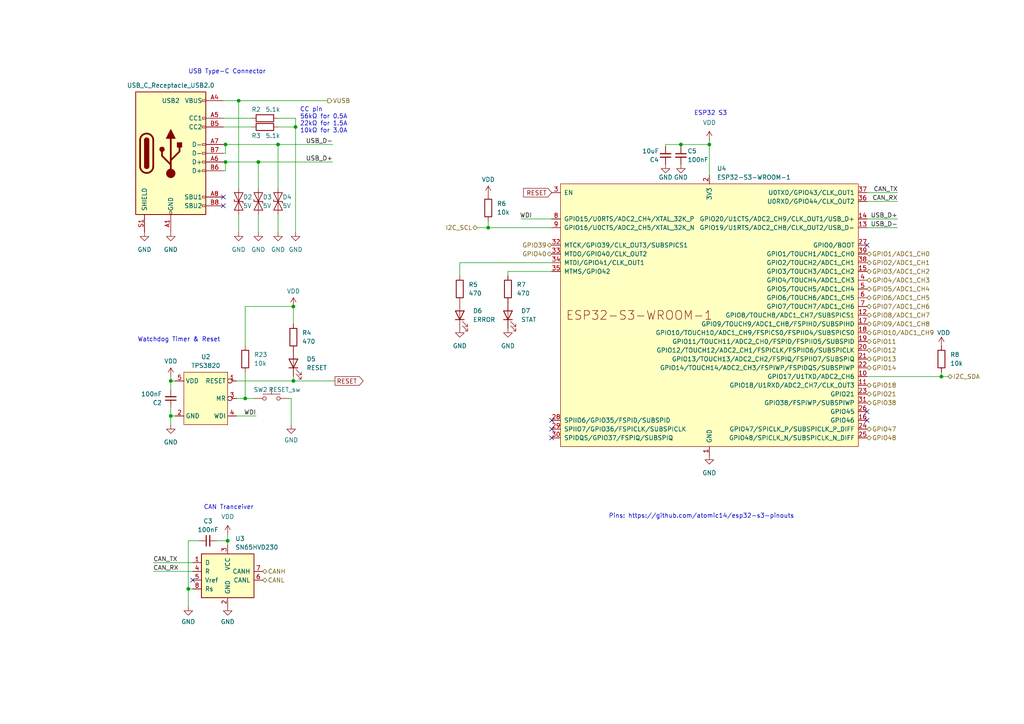
<source format=kicad_sch>
(kicad_sch (version 20250114) (generator "eeschema") (generator_version "9.0")
  (paper "A4")
  (lib_symbols
    (symbol "Connector:USB_C_Receptacle_USB2.0" (pin_names (offset 1.016))
      (property "Reference" "J" (at -10.16 19.05 0))
      (property "Value" "USB_C_Receptacle_USB2.0" (at 19.05 19.05 0))
      (symbol "USB_C_Receptacle_USB2.0_0_0"
        (rectangle (start -0.254 -17.78) (end 0.254 -16.764))
        (rectangle (start 10.16 15.494) (end 9.144 14.986))
        (rectangle (start 10.16 10.414) (end 9.144 9.906))
        (rectangle (start 10.16 7.874) (end 9.144 7.366))
        (rectangle (start 10.16 2.794) (end 9.144 2.286))
        (rectangle (start 10.16 0.254) (end 9.144 -0.254))
        (rectangle (start 10.16 -2.286) (end 9.144 -2.794))
        (rectangle (start 10.16 -4.826) (end 9.144 -5.334))
        (rectangle (start 10.16 -12.446) (end 9.144 -12.954))
        (rectangle (start 10.16 -14.986) (end 9.144 -15.494))
      )
      (symbol "USB_C_Receptacle_USB2.0_0_1"
        (rectangle (start -10.16 17.78) (end 10.16 -17.78) (stroke (width 0.254)) (fill (type background)))
        (polyline (pts (xy -8.89 -3.81) (xy -8.89 3.81)) (stroke (width 0.508)))
        (rectangle (start -7.62 -3.81) (end -6.35 3.81) (stroke (width 0.254)) (fill (type outline)))
        (arc (start -7.62 3.81) (mid -6.985 4.4423) (end -6.35 3.81) (stroke (width 0.254)))
        (arc (start -7.62 3.81) (mid -6.985 4.4423) (end -6.35 3.81) (stroke (width 0.254)) (fill (type outline)))
        (arc (start -8.89 3.81) (mid -6.985 5.7067) (end -5.08 3.81) (stroke (width 0.508)))
        (arc (start -5.08 -3.81) (mid -6.985 -5.7067) (end -8.89 -3.81) (stroke (width 0.508)))
        (arc (start -6.35 -3.81) (mid -6.985 -4.4423) (end -7.62 -3.81) (stroke (width 0.254)))
        (arc (start -6.35 -3.81) (mid -6.985 -4.4423) (end -7.62 -3.81) (stroke (width 0.254)) (fill (type outline)))
        (polyline (pts (xy -5.08 3.81) (xy -5.08 -3.81)) (stroke (width 0.508)))
        (circle (center -2.54 1.143) (radius 0.635) (stroke (width 0.254)) (fill (type outline)))
        (polyline (pts (xy -1.27 4.318) (xy 0 6.858) (xy 1.27 4.318) (xy -1.27 4.318)) (stroke (width 0.254)) (fill (type outline)))
        (polyline (pts (xy 0 -2.032) (xy 2.54 0.508) (xy 2.54 1.778)) (stroke (width 0.508)))
        (polyline (pts (xy 0 -3.302) (xy -2.54 -0.762) (xy -2.54 0.508)) (stroke (width 0.508)))
        (polyline (pts (xy 0 -5.842) (xy 0 4.318)) (stroke (width 0.508)))
        (circle (center 0 -5.842) (radius 1.27) (fill (type outline)))
        (rectangle (start 1.905 1.778) (end 3.175 3.048) (stroke (width 0.254)) (fill (type outline)))
      )
      (symbol "USB_C_Receptacle_USB2.0_1_1"
        (pin passive line (at -7.62 -22.86 90) (length 5.08) (name "SHIELD") (number "S1"))
        (pin passive line (at 0 -22.86 90) (length 5.08) (name "GND") (number "A1"))
        (pin passive line (at 0 -22.86 90) (length 5.08) (hide yes) (name "GND") (number "A12"))
        (pin passive line (at 0 -22.86 90) (length 5.08) (hide yes) (name "GND") (number "B1"))
        (pin passive line (at 0 -22.86 90) (length 5.08) (hide yes) (name "GND") (number "B12"))
        (pin passive line (at 15.24 15.24 180) (length 5.08) (name "VBUS") (number "A4"))
        (pin passive line (at 15.24 15.24 180) (length 5.08) (hide yes) (name "VBUS") (number "A9"))
        (pin passive line (at 15.24 15.24 180) (length 5.08) (hide yes) (name "VBUS") (number "B4"))
        (pin passive line (at 15.24 15.24 180) (length 5.08) (hide yes) (name "VBUS") (number "B9"))
        (pin bidirectional line (at 15.24 10.16 180) (length 5.08) (name "CC1") (number "A5"))
        (pin bidirectional line (at 15.24 7.62 180) (length 5.08) (name "CC2") (number "B5"))
        (pin bidirectional line (at 15.24 2.54 180) (length 5.08) (name "D-") (number "A7"))
        (pin bidirectional line (at 15.24 0 180) (length 5.08) (name "D-") (number "B7"))
        (pin bidirectional line (at 15.24 -2.54 180) (length 5.08) (name "D+") (number "A6"))
        (pin bidirectional line (at 15.24 -5.08 180) (length 5.08) (name "D+") (number "B6"))
        (pin bidirectional line (at 15.24 -12.7 180) (length 5.08) (name "SBU1") (number "A8"))
        (pin bidirectional line (at 15.24 -15.24 180) (length 5.08) (name "SBU2") (number "B8"))
      )
    )
    (symbol "Device:C_Small" (pin_numbers (hide yes)) (pin_names (offset 0.254) (hide yes))
      (property "Reference" "C" (at 0.254 1.778 0))
      (property "Value" "C_Small" (at 0.254 -2.032 0))
      (symbol "C_Small_0_1"
        (polyline (pts (xy -1.524 0.508) (xy 1.524 0.508)) (stroke (width 0.3048)))
        (polyline (pts (xy -1.524 -0.508) (xy 1.524 -0.508)) (stroke (width 0.3302)))
      )
      (symbol "C_Small_1_1"
        (pin passive line (at 0 2.54 270) (length 2.032) (name "~") (number "1"))
        (pin passive line (at 0 -2.54 90) (length 2.032) (name "~") (number "2"))
      )
    )
    (symbol "Device:LED" (pin_numbers (hide yes)) (pin_names (offset 1.016) (hide yes))
      (property "Reference" "D" (at 0 2.54 0))
      (property "Value" "LED" (at 0 -2.54 0))
      (symbol "LED_0_1"
        (polyline (pts (xy -3.048 -0.762) (xy -4.572 -2.286) (xy -3.81 -2.286) (xy -4.572 -2.286) (xy -4.572 -1.524)))
        (polyline (pts (xy -1.778 -0.762) (xy -3.302 -2.286) (xy -2.54 -2.286) (xy -3.302 -2.286) (xy -3.302 -1.524)))
        (polyline (pts (xy -1.27 0) (xy 1.27 0)))
        (polyline (pts (xy -1.27 -1.27) (xy -1.27 1.27)) (stroke (width 0.254)))
        (polyline (pts (xy 1.27 -1.27) (xy 1.27 1.27) (xy -1.27 0) (xy 1.27 -1.27)) (stroke (width 0.254)))
      )
      (symbol "LED_1_1"
        (pin passive line (at -3.81 0 0) (length 2.54) (name "K") (number "1"))
        (pin passive line (at 3.81 0 180) (length 2.54) (name "A") (number "2"))
      )
    )
    (symbol "Device:R" (pin_numbers (hide yes)) (pin_names (offset 0))
      (property "Reference" "R" (at 2.032 0 90))
      (property "Value" "R" (at 0 0 90))
      (symbol "R_0_1"
        (rectangle (start -1.016 -2.54) (end 1.016 2.54) (stroke (width 0.254)))
      )
      (symbol "R_1_1"
        (pin passive line (at 0 3.81 270) (length 1.27) (name "~") (number "1"))
        (pin passive line (at 0 -3.81 90) (length 1.27) (name "~") (number "2"))
      )
    )
    (symbol "Diode:ESD9B5.0ST5G" (pin_numbers (hide yes)) (pin_names (offset 1.016) (hide yes))
      (property "Reference" "D" (at 0 2.54 0))
      (property "Value" "ESD9B5.0ST5G" (at 0 -2.54 0))
      (symbol "ESD9B5.0ST5G_0_1"
        (polyline (pts (xy -2.54 -1.27) (xy 0 0) (xy -2.54 1.27) (xy -2.54 -1.27)) (stroke (width 0.2032)))
        (polyline (pts (xy 0.508 1.27) (xy 0 1.27) (xy 0 -1.27) (xy -0.508 -1.27)) (stroke (width 0.2032)))
        (polyline (pts (xy 1.27 0) (xy -1.27 0)))
        (polyline (pts (xy 2.54 1.27) (xy 2.54 -1.27) (xy 0 0) (xy 2.54 1.27)) (stroke (width 0.2032)))
      )
      (symbol "ESD9B5.0ST5G_1_1"
        (pin passive line (at -3.81 0 0) (length 2.54) (name "A1") (number "1"))
        (pin passive line (at 3.81 0 180) (length 2.54) (name "A2") (number "2"))
      )
    )
    (symbol "Interface_CAN_LIN:SN65HVD230" (pin_names (offset 1.016))
      (property "Reference" "U" (at -2.54 10.16 0))
      (property "Value" "SN65HVD230" (at -2.54 7.62 0))
      (symbol "SN65HVD230_0_1"
        (rectangle (start -7.62 5.08) (end 7.62 -7.62) (stroke (width 0.254)) (fill (type background)))
      )
      (symbol "SN65HVD230_1_1"
        (pin input line (at -10.16 2.54 0) (length 2.54) (name "D") (number "1"))
        (pin output line (at -10.16 0 0) (length 2.54) (name "R") (number "4"))
        (pin output line (at -10.16 -2.54 0) (length 2.54) (name "Vref") (number "5"))
        (pin input line (at -10.16 -5.08 0) (length 2.54) (name "Rs") (number "8"))
        (pin power_in line (at 0 7.62 270) (length 2.54) (name "VCC") (number "3"))
        (pin power_in line (at 0 -10.16 90) (length 2.54) (name "GND") (number "2"))
        (pin bidirectional line (at 10.16 0 180) (length 2.54) (name "CANH") (number "7"))
        (pin bidirectional line (at 10.16 -2.54 180) (length 2.54) (name "CANL") (number "6"))
      )
    )
    (symbol "PCM_Espressif:ESP32-S3-WROOM-1" (pin_names (offset 1.016))
      (property "Reference" "U" (at -43.18 43.18 0))
      (property "Value" "ESP32-S3-WROOM-1" (at -43.18 40.64 0))
      (symbol "ESP32-S3-WROOM-1_0_0"
        (text "ESP32-S3-WROOM-1" (at -20.32 0 0) (effects (font (size 2.54 2.54))))
        (pin input line (at -45.72 35.56 0) (length 2.54) (name "EN") (number "3"))
        (pin bidirectional line (at -45.72 27.94 0) (length 2.54) (name "GPIO15/U0RTS/ADC2_CH4/XTAL_32K_P") (number "8"))
        (pin bidirectional line (at -45.72 25.4 0) (length 2.54) (name "GPIO16/U0CTS/ADC2_CH5/XTAL_32K_N") (number "9"))
        (pin bidirectional line (at -45.72 20.32 0) (length 2.54) (name "MTCK/GPIO39/CLK_OUT3/SUBSPICS1") (number "32"))
        (pin bidirectional line (at -45.72 17.78 0) (length 2.54) (name "MTDO/GPIO40/CLK_OUT2") (number "33"))
        (pin bidirectional line (at -45.72 15.24 0) (length 2.54) (name "MTDI/GPIO41/CLK_OUT1") (number "34"))
        (pin bidirectional line (at -45.72 12.7 0) (length 2.54) (name "MTMS/GPIO42") (number "35"))
        (pin bidirectional line (at -45.72 -30.48 0) (length 2.54) (name "SPIIO6/GPIO35/FSPID/SUBSPID") (number "28"))
        (pin bidirectional line (at -45.72 -33.02 0) (length 2.54) (name "SPIIO7/GPIO36/FSPICLK/SUBSPICLK") (number "29"))
        (pin bidirectional line (at -45.72 -35.56 0) (length 2.54) (name "SPIDQS/GPIO37/FSPIQ/SUBSPIQ") (number "30"))
        (pin power_in line (at 0 40.64 270) (length 2.54) (name "3V3") (number "2"))
        (pin power_in line (at 0 -40.64 90) (length 2.54) (name "GND") (number "1"))
        (pin passive line (at 0 -40.64 90) (length 2.54) (hide yes) (name "GND") (number "40"))
        (pin passive line (at 0 -40.64 90) (length 2.54) (hide yes) (name "GND") (number "41"))
        (pin bidirectional line (at 45.72 35.56 180) (length 2.54) (name "U0TXD/GPIO43/CLK_OUT1") (number "37"))
        (pin bidirectional line (at 45.72 33.02 180) (length 2.54) (name "U0RXD/GPIO44/CLK_OUT2") (number "36"))
        (pin bidirectional line (at 45.72 27.94 180) (length 2.54) (name "GPIO20/U1CTS/ADC2_CH9/CLK_OUT1/USB_D+") (number "14"))
        (pin bidirectional line (at 45.72 25.4 180) (length 2.54) (name "GPIO19/U1RTS/ADC2_CH8/CLK_OUT2/USB_D-") (number "13"))
        (pin bidirectional line (at 45.72 20.32 180) (length 2.54) (name "GPIO0/BOOT") (number "27"))
        (pin bidirectional line (at 45.72 17.78 180) (length 2.54) (name "GPIO1/TOUCH1/ADC1_CH0") (number "39"))
        (pin bidirectional line (at 45.72 15.24 180) (length 2.54) (name "GPIO2/TOUCH2/ADC1_CH1") (number "38"))
        (pin bidirectional line (at 45.72 12.7 180) (length 2.54) (name "GPIO3/TOUCH3/ADC1_CH2") (number "15"))
        (pin bidirectional line (at 45.72 10.16 180) (length 2.54) (name "GPIO4/TOUCH4/ADC1_CH3") (number "4"))
        (pin bidirectional line (at 45.72 7.62 180) (length 2.54) (name "GPIO5/TOUCH5/ADC1_CH4") (number "5"))
        (pin bidirectional line (at 45.72 5.08 180) (length 2.54) (name "GPIO6/TOUCH6/ADC1_CH5") (number "6"))
        (pin bidirectional line (at 45.72 2.54 180) (length 2.54) (name "GPIO7/TOUCH7/ADC1_CH6") (number "7"))
        (pin bidirectional line (at 45.72 0 180) (length 2.54) (name "GPIO8/TOUCH8/ADC1_CH7/SUBSPICS1") (number "12"))
        (pin bidirectional line (at 45.72 -2.54 180) (length 2.54) (name "GPIO9/TOUCH9/ADC1_CH8/FSPIHD/SUBSPIHD") (number "17"))
        (pin bidirectional line (at 45.72 -5.08 180) (length 2.54) (name "GPIO10/TOUCH10/ADC1_CH9/FSPICS0/FSPIIO4/SUBSPICS0") (number "18"))
        (pin bidirectional line (at 45.72 -7.62 180) (length 2.54) (name "GPIO11/TOUCH11/ADC2_CH0/FSPID/FSPIIO5/SUBSPID") (number "19"))
        (pin bidirectional line (at 45.72 -10.16 180) (length 2.54) (name "GPIO12/TOUCH12/ADC2_CH1/FSPICLK/FSPIIO6/SUBSPICLK") (number "20"))
        (pin bidirectional line (at 45.72 -12.7 180) (length 2.54) (name "GPIO13/TOUCH13/ADC2_CH2/FSPIQ/FSPIIO7/SUBSPIQ") (number "21"))
        (pin bidirectional line (at 45.72 -15.24 180) (length 2.54) (name "GPIO14/TOUCH14/ADC2_CH3/FSPIWP/FSPIDQS/SUBSPIWP") (number "22"))
        (pin bidirectional line (at 45.72 -17.78 180) (length 2.54) (name "GPIO17/U1TXD/ADC2_CH6") (number "10"))
        (pin bidirectional line (at 45.72 -20.32 180) (length 2.54) (name "GPIO18/U1RXD/ADC2_CH7/CLK_OUT3") (number "11"))
        (pin bidirectional line (at 45.72 -22.86 180) (length 2.54) (name "GPIO21") (number "23"))
        (pin bidirectional line (at 45.72 -25.4 180) (length 2.54) (name "GPIO38/FSPIWP/SUBSPIWP") (number "31"))
        (pin bidirectional line (at 45.72 -27.94 180) (length 2.54) (name "GPIO45") (number "26"))
        (pin bidirectional line (at 45.72 -30.48 180) (length 2.54) (name "GPIO46") (number "16"))
        (pin bidirectional line (at 45.72 -33.02 180) (length 2.54) (name "GPIO47/SPICLK_P/SUBSPICLK_P_DIFF") (number "24"))
        (pin bidirectional line (at 45.72 -35.56 180) (length 2.54) (name "GPIO48/SPICLK_N/SUBSPICLK_N_DIFF") (number "25"))
      )
      (symbol "ESP32-S3-WROOM-1_0_1"
        (rectangle (start -43.18 38.1) (end 43.18 -38.1) (fill (type background)))
      )
    )
    (symbol "Switch:SW_Push" (pin_numbers (hide yes)) (pin_names (offset 1.016) (hide yes))
      (property "Reference" "SW" (at 1.27 2.54 0))
      (property "Value" "SW_Push" (at 0 -1.524 0))
      (symbol "SW_Push_0_1"
        (circle (center -2.032 0) (radius 0.508))
        (polyline (pts (xy 0 1.27) (xy 0 3.048)))
        (circle (center 2.032 0) (radius 0.508))
        (polyline (pts (xy 2.54 1.27) (xy -2.54 1.27)))
        (pin passive line (at -5.08 0 0) (length 2.54) (name "1") (number "1"))
        (pin passive line (at 5.08 0 180) (length 2.54) (name "2") (number "2"))
      )
    )
    (symbol "WOBCLibrary:TPS3820"
      (property "Reference" "U" (at 0 0 0))
      (property "Value" "TPS3820" (at 0 8.89 0))
      (symbol "TPS3820_1_1"
        (rectangle (start -6.35 7.62) (end 6.35 -7.62) (fill (type background)))
        (pin power_in line (at -8.89 5.08 0) (length 2.54) (name "VDD") (number "5"))
        (pin power_in line (at -8.89 -5.08 0) (length 2.54) (name "GND") (number "2"))
        (pin output inverted (at 8.89 5.08 180) (length 2.54) (name "RESET") (number "1"))
        (pin input inverted (at 8.89 0 180) (length 2.54) (name "MR") (number "3"))
        (pin input line (at 8.89 -5.08 180) (length 2.54) (name "WDI") (number "4"))
      )
    )
    (symbol "power:GND" (power) (pin_names (offset 0))
      (property "Value" "GND" (at 0 -3.81 0))
      (symbol "GND_0_1"
        (polyline (pts (xy 0 0) (xy 0 -1.27) (xy 1.27 -1.27) (xy 0 -2.54) (xy -1.27 -1.27) (xy 0 -1.27)))
      )
      (symbol "GND_1_1"
        (pin power_in line (at 0 0 270) (length 0) (hide yes) (name "GND") (number "1"))
      )
    )
    (symbol "power:VDD" (power) (pin_names (offset 0))
      (property "Value" "VDD" (at 0 3.81 0))
      (symbol "VDD_0_1"
        (polyline (pts (xy -0.762 1.27) (xy 0 2.54)))
        (polyline (pts (xy 0 2.54) (xy 0.762 1.27)))
        (polyline (pts (xy 0 0) (xy 0 2.54)))
      )
      (symbol "VDD_1_1"
        (pin power_in line (at 0 0 90) (length 0) (hide yes) (name "VDD") (number "1"))
      )
    )
  )
  (text "ESP32 S3" (at 201.295 33.655 0) (effects (font (size 1.27 1.27)) (justify left bottom)))
  (text "Watchdog Timer & Reset" (at 39.878 99.314 0) (effects (font (size 1.27 1.27)) (justify left bottom)))
  (text "CAN Tranceiver" (at 59.055 147.955 0) (effects (font (size 1.27 1.27)) (justify left bottom)))
  (text "Pins: https://github.com/atomic14/esp32-s3-pinouts" (at 176.53 150.495 0) (effects (font (size 1.27 1.27)) (justify left bottom)))
  (text "USB Type-C Connector" (at 54.61 21.59 0) (effects (font (size 1.27 1.27)) (justify left bottom)))
  (text "CC pin\n56kΩ for 0.5A\n22kΩ for 1.5A\n10kΩ for 3.0A" (at 86.995 38.735 0) (effects (font (size 1.27 1.27)) (justify left bottom)))
  (junction (at 66.04 156.845))
  (junction (at 71.12 115.57))
  (junction (at 85.09 88.9))
  (junction (at 197.485 41.91))
  (junction (at 80.645 41.91))
  (junction (at 65.405 46.99))
  (junction (at 49.53 110.49))
  (junction (at 74.93 46.99))
  (junction (at 85.09 110.49))
  (junction (at 49.53 120.65))
  (junction (at 65.405 41.91))
  (junction (at 141.605 66.04))
  (junction (at 69.215 29.21))
  (junction (at 85.725 36.83))
  (junction (at 273.05 109.22))
  (junction (at 205.74 41.91))
  (junction (at 54.61 170.815))
  (no_connect (at 251.46 71.12))
  (no_connect (at 251.46 119.38))
  (no_connect (at 55.88 168.275))
  (no_connect (at 160.02 124.46))
  (no_connect (at 160.02 127))
  (no_connect (at 64.77 59.69))
  (no_connect (at 251.46 121.92))
  (no_connect (at 160.02 121.92))
  (no_connect (at 64.77 57.15))
  (wire (pts (xy 65.405 41.91) (xy 80.645 41.91)))
  (wire (pts (xy 133.35 76.2) (xy 133.35 80.01)))
  (wire (pts (xy 69.215 29.21) (xy 95.0522 29.21)))
  (wire (pts (xy 49.53 123.19) (xy 49.53 120.65)))
  (wire (pts (xy 44.45 165.735) (xy 55.88 165.735)))
  (wire (pts (xy 74.93 67.31) (xy 74.93 62.23)))
  (wire (pts (xy 64.77 41.91) (xy 65.405 41.91)))
  (wire (pts (xy 44.45 163.195) (xy 55.88 163.195)))
  (wire (pts (xy 54.61 170.815) (xy 55.88 170.815)))
  (wire (pts (xy 73.66 115.57) (xy 71.12 115.57)))
  (wire (pts (xy 74.93 46.99) (xy 74.93 54.61)))
  (wire (pts (xy 64.77 49.53) (xy 65.405 49.53)))
  (wire (pts (xy 80.645 67.31) (xy 80.645 62.23)))
  (wire (pts (xy 133.35 76.2) (xy 160.02 76.2)))
  (wire (pts (xy 273.05 109.22) (xy 251.46 109.22)))
  (wire (pts (xy 49.53 110.49) (xy 50.8 110.49)))
  (wire (pts (xy 62.865 156.845) (xy 66.04 156.845)))
  (wire (pts (xy 69.215 29.21) (xy 64.77 29.21)))
  (wire (pts (xy 65.405 44.45) (xy 65.405 41.91)))
  (wire (pts (xy 80.645 34.29) (xy 85.725 34.29)))
  (wire (pts (xy 96.52 46.99) (xy 74.93 46.99)))
  (wire (pts (xy 260.35 63.5) (xy 251.46 63.5)))
  (wire (pts (xy 83.82 115.57) (xy 84.455 115.57)))
  (wire (pts (xy 65.405 49.53) (xy 65.405 46.99)))
  (wire (pts (xy 147.32 80.01) (xy 147.32 78.74)))
  (wire (pts (xy 251.46 55.88) (xy 260.35 55.88)))
  (wire (pts (xy 73.025 34.29) (xy 64.77 34.29)))
  (wire (pts (xy 64.77 44.45) (xy 65.405 44.45)))
  (wire (pts (xy 68.58 110.49) (xy 85.09 110.49)))
  (wire (pts (xy 85.725 34.29) (xy 85.725 36.83)))
  (wire (pts (xy 54.61 170.815) (xy 54.61 156.845)))
  (wire (pts (xy 71.12 88.9) (xy 71.12 100.33)))
  (wire (pts (xy 49.53 118.11) (xy 49.53 120.65)))
  (wire (pts (xy 66.04 156.845) (xy 66.04 158.115)))
  (wire (pts (xy 273.05 107.95) (xy 273.05 109.22)))
  (wire (pts (xy 97.155 110.49) (xy 85.09 110.49)))
  (wire (pts (xy 80.645 36.83) (xy 85.725 36.83)))
  (wire (pts (xy 74.295 120.65) (xy 68.58 120.65)))
  (wire (pts (xy 66.04 154.94) (xy 66.04 156.845)))
  (wire (pts (xy 49.53 120.65) (xy 50.8 120.65)))
  (wire (pts (xy 85.09 88.9) (xy 85.09 93.98)))
  (wire (pts (xy 260.35 58.42) (xy 251.46 58.42)))
  (wire (pts (xy 84.455 115.57) (xy 84.455 123.19)))
  (wire (pts (xy 260.35 66.04) (xy 251.46 66.04)))
  (wire (pts (xy 85.09 109.22) (xy 85.09 110.49)))
  (wire (pts (xy 147.32 78.74) (xy 160.02 78.74)))
  (wire (pts (xy 151.13 63.5) (xy 160.02 63.5)))
  (wire (pts (xy 80.645 41.91) (xy 96.52 41.91)))
  (wire (pts (xy 141.605 66.04) (xy 160.02 66.04)))
  (wire (pts (xy 69.215 67.31) (xy 69.215 62.23)))
  (wire (pts (xy 80.645 41.91) (xy 80.645 54.61)))
  (wire (pts (xy 205.74 40.64) (xy 205.74 41.91)))
  (wire (pts (xy 74.93 46.99) (xy 65.405 46.99)))
  (wire (pts (xy 71.12 107.95) (xy 71.12 115.57)))
  (wire (pts (xy 205.74 41.91) (xy 205.74 50.8)))
  (wire (pts (xy 71.12 115.57) (xy 68.58 115.57)))
  (wire (pts (xy 49.53 110.49) (xy 49.53 113.03)))
  (wire (pts (xy 274.955 109.22) (xy 273.05 109.22)))
  (wire (pts (xy 54.61 175.895) (xy 54.61 170.815)))
  (wire (pts (xy 85.09 88.9) (xy 71.12 88.9)))
  (wire (pts (xy 205.74 41.91) (xy 197.485 41.91)))
  (wire (pts (xy 141.605 64.135) (xy 141.605 66.04)))
  (wire (pts (xy 85.725 36.83) (xy 85.725 67.31)))
  (wire (pts (xy 49.53 109.22) (xy 49.53 110.49)))
  (wire (pts (xy 54.61 156.845) (xy 57.785 156.845)))
  (wire (pts (xy 193.04 42.545) (xy 193.04 41.91)))
  (wire (pts (xy 193.04 41.91) (xy 197.485 41.91)))
  (wire (pts (xy 197.485 41.91) (xy 197.485 42.545)))
  (wire (pts (xy 69.215 29.21) (xy 69.215 54.61)))
  (wire (pts (xy 138.43 66.04) (xy 141.605 66.04)))
  (wire (pts (xy 65.405 46.99) (xy 64.77 46.99)))
  (wire (pts (xy 73.025 36.83) (xy 64.77 36.83)))
  (label "CAN_TX" (at 44.45 163.195 0))
  (label "USB_D-" (at 96.52 41.91 180))
  (label "CAN_TX" (at 253.365 55.88 0))
  (label "CAN_RX" (at 260.35 58.42 180))
  (label "USB_D+" (at 96.52 46.99 180))
  (label "WDI" (at 74.295 120.65 180))
  (label "USB_D-" (at 260.35 66.04 180))
  (label "USB_D+" (at 260.35 63.5 180))
  (label "CAN_RX" (at 44.45 165.735 0))
  (label "WDI" (at 154.305 63.5 180))
  (global_label "RESET" (shape output) (at 97.155 110.49 0) (property "Intersheetrefs" "${INTERSHEET_REFS}" (effects (hide yes))))
  (global_label "RESET" (shape input) (at 160.02 55.88 180) (property "Intersheetrefs" "${INTERSHEET_REFS}" (effects (hide yes))))
  (hierarchical_label "GPIO48" (shape bidirectional) (at 251.46 127 0))
  (hierarchical_label "GPIO18" (shape bidirectional) (at 251.46 111.76 0))
  (hierarchical_label "GPIO40" (shape bidirectional) (at 160.02 73.66 180))
  (hierarchical_label "GPIO13" (shape bidirectional) (at 251.46 104.14 0))
  (hierarchical_label "GPIO21" (shape bidirectional) (at 251.46 114.3 0))
  (hierarchical_label "GPIO12" (shape bidirectional) (at 251.46 101.6 0))
  (hierarchical_label "I2C_SDA" (shape bidirectional) (at 274.955 109.22 0))
  (hierarchical_label "GPIO3{slash}ADC1_CH2" (shape bidirectional) (at 251.46 78.74 0))
  (hierarchical_label "GPIO8{slash}ADC1_CH7" (shape bidirectional) (at 251.46 91.44 0))
  (hierarchical_label "GPIO9{slash}ADC1_CH8" (shape bidirectional) (at 251.46 93.98 0))
  (hierarchical_label "GPIO2{slash}ADC1_CH1" (shape bidirectional) (at 251.46 76.2 0))
  (hierarchical_label "GPIO47" (shape bidirectional) (at 251.46 124.46 0))
  (hierarchical_label "CANL" (shape bidirectional) (at 76.2 168.275 0))
  (hierarchical_label "GPIO5{slash}ADC1_CH4" (shape bidirectional) (at 251.46 83.82 0))
  (hierarchical_label "CANH" (shape bidirectional) (at 76.2 165.735 0))
  (hierarchical_label "GPIO14" (shape bidirectional) (at 251.46 106.68 0))
  (hierarchical_label "GPIO4{slash}ADC1_CH3" (shape bidirectional) (at 251.46 81.28 0))
  (hierarchical_label "GPIO38" (shape bidirectional) (at 251.46 116.84 0))
  (hierarchical_label "I2C_SCL" (shape bidirectional) (at 138.43 66.04 180))
  (hierarchical_label "GPIO1{slash}ADC1_CH0" (shape bidirectional) (at 251.46 73.66 0))
  (hierarchical_label "GPIO6{slash}ADC1_CH5" (shape bidirectional) (at 251.46 86.36 0))
  (hierarchical_label "GPIO10{slash}ADC1_CH9" (shape bidirectional) (at 251.46 96.52 0))
  (hierarchical_label "VUSB" (shape output) (at 95.0522 29.21 0))
  (hierarchical_label "GPIO39" (shape bidirectional) (at 160.02 71.12 180))
  (hierarchical_label "GPIO7{slash}ADC1_CH6" (shape bidirectional) (at 251.46 88.9 0))
  (hierarchical_label "GPIO11" (shape bidirectional) (at 251.46 99.06 0))
  (symbol (lib_id "power:GND") (at 49.53 123.19 0) (unit 1)
    (property "Reference" "#PWR05" (effects (hide yes)))
    (property "Value" "GND" (at 49.53 128.27 0))
  )
  (symbol (lib_id "power:VDD") (at 66.04 154.94 0) (unit 1)
    (property "Reference" "#PWR07" (effects (hide yes)))
    (property "Value" "VDD" (at 66.04 149.86 0))
  )
  (symbol (lib_id "Device:R") (at 71.12 104.14 0) (unit 1)
    (property "Reference" "R23" (at 73.66 102.87 0) (effects (justify left)))
    (property "Value" "10k" (at 73.66 105.41 0) (effects (justify left)))
    (property "Footprint" "Resistor_SMD:R_0402_1005Metric" (effects (hide yes)))
    (property "LCSC" "C25744" (effects (hide yes)))
  )
  (symbol (lib_id "power:VDD") (at 85.09 88.9 0) (unit 1)
    (property "Reference" "#PWR013" (effects (hide yes)))
    (property "Value" "VDD" (at 85.09 84.455 0))
  )
  (symbol (lib_id "PCM_Espressif:ESP32-S3-WROOM-1") (at 205.74 91.44 0) (unit 1)
    (property "Reference" "U4" (at 207.9341 48.895 0) (effects (justify left)))
    (property "Value" "ESP32-S3-WROOM-1" (at 207.9341 51.435 0) (effects (justify left)))
    (property "Footprint" "RF_Module:ESP32-S3-WROOM-1" (effects (hide yes)))
    (property "Datasheet" "https://www.espressif.com/sites/default/files/documentation/esp32-s3-wroom-1_wroom-1u_datasheet_en.pdf" (effects (hide yes)))
  )
  (symbol (lib_id "power:GND") (at 197.485 47.625 0) (unit 1)
    (property "Reference" "#PWR019" (effects (hide yes)))
    (property "Value" "GND" (at 197.485 51.435 0))
  )
  (symbol (lib_id "power:GND") (at 205.74 132.08 0) (unit 1)
    (property "Reference" "#PWR021" (effects (hide yes)))
    (property "Value" "GND" (at 205.74 137.16 0))
  )
  (symbol (lib_id "power:GND") (at 54.61 175.895 0) (unit 1)
    (property "Reference" "#PWR06" (effects (hide yes)))
    (property "Value" "GND" (at 54.61 180.34 0))
  )
  (symbol (lib_id "Device:R") (at 76.835 34.29 90) (unit 1)
    (property "Reference" "R2" (at 74.295 31.75 90))
    (property "Value" "5.1k" (at 79.121 31.75 90))
    (property "Footprint" "Resistor_SMD:R_0402_1005Metric" (effects (hide yes)))
    (property "LCSC" "C25905" (effects (hide yes)))
  )
  (symbol (lib_id "Device:R") (at 147.32 83.82 0) (unit 1)
    (property "Reference" "R7" (at 149.86 82.55 0) (effects (justify left)))
    (property "Value" "470" (at 149.86 85.09 0) (effects (justify left)))
    (property "Footprint" "Resistor_SMD:R_0402_1005Metric" (effects (hide yes)))
    (property "LCSC" "C25117" (effects (hide yes)))
  )
  (symbol (lib_id "Device:C_Small") (at 193.04 45.085 180) (unit 1)
    (property "Reference" "C4" (at 191.135 46.355 0) (effects (justify left)))
    (property "Value" "10uF" (at 191.135 43.815 0) (effects (justify left)))
    (property "Footprint" "Capacitor_SMD:C_0603_1608Metric" (effects (hide yes)))
    (property "LCSC" "C96446" (effects (hide yes)))
  )
  (symbol (lib_id "power:VDD") (at 205.74 40.64 0) (unit 1)
    (property "Reference" "#PWR020" (effects (hide yes)))
    (property "Value" "VDD" (at 205.74 35.56 0))
  )
  (symbol (lib_id "power:VDD") (at 273.05 100.33 0) (unit 1)
    (property "Reference" "#PWR022" (effects (hide yes)))
    (property "Value" "VDD" (at 273.685 96.52 0))
  )
  (symbol (lib_id "Device:R") (at 133.35 83.82 0) (unit 1)
    (property "Reference" "R5" (at 135.89 82.55 0) (effects (justify left)))
    (property "Value" "470" (at 135.89 85.09 0) (effects (justify left)))
    (property "Footprint" "Resistor_SMD:R_0402_1005Metric" (effects (hide yes)))
    (property "LCSC" "C25117" (effects (hide yes)))
  )
  (symbol (lib_id "power:GND") (at 84.455 123.19 0) (unit 1)
    (property "Reference" "#PWR014" (effects (hide yes)))
    (property "Value" "GND" (at 84.455 127.635 0))
  )
  (symbol (lib_id "WOBCLibrary:TPS3820") (at 59.69 115.57 0) (unit 1)
    (property "Reference" "U2" (at 59.69 103.505 0))
    (property "Value" "TPS3820" (at 59.69 106.045 0))
    (property "Footprint" "Package_TO_SOT_SMD:SOT-23-5" (effects (hide yes)))
    (property "LCSC" "C7719" (effects (hide yes)))
  )
  (symbol (lib_id "Device:C_Small") (at 197.485 45.085 0) (unit 1)
    (property "Reference" "C5" (at 199.39 43.815 0) (effects (justify left)))
    (property "Value" "100nF" (at 199.39 46.355 0) (effects (justify left)))
    (property "Footprint" "Capacitor_SMD:C_0402_1005Metric" (effects (hide yes)))
    (property "LCSC" "C1525" (effects (hide yes)))
  )
  (symbol (lib_id "power:GND") (at 80.645 67.31 0) (unit 1)
    (property "Reference" "#PWR011" (effects (hide yes)))
    (property "Value" "GND" (at 80.645 72.39 0))
  )
  (symbol (lib_id "Device:LED") (at 133.35 91.44 90) (unit 1)
    (property "Reference" "D6" (at 137.16 90.17 90) (effects (justify right)))
    (property "Value" "ERROR" (at 137.16 92.71 90) (effects (justify right)))
    (property "Footprint" "LED_SMD:LED_0805_2012Metric" (effects (hide yes)))
    (property "LCSC" "C84256" (effects (hide yes)))
  )
  (symbol (lib_id "Device:R") (at 273.05 104.14 0) (unit 1)
    (property "Reference" "R8" (at 275.59 102.87 0) (effects (justify left)))
    (property "Value" "10k" (at 275.59 105.41 0) (effects (justify left)))
    (property "Footprint" "Resistor_SMD:R_0402_1005Metric" (effects (hide yes)))
    (property "LCSC" "C25744" (effects (hide yes)))
  )
  (symbol (lib_id "power:GND") (at 74.93 67.31 0) (unit 1)
    (property "Reference" "#PWR010" (effects (hide yes)))
    (property "Value" "GND" (at 74.93 72.39 0))
  )
  (symbol (lib_id "Device:R") (at 85.09 97.79 0) (unit 1)
    (property "Reference" "R4" (at 87.63 96.52 0) (effects (justify left)))
    (property "Value" "470" (at 87.63 99.06 0) (effects (justify left)))
    (property "Footprint" "Resistor_SMD:R_0402_1005Metric" (effects (hide yes)))
    (property "LCSC" "C25117" (effects (hide yes)))
  )
  (symbol (lib_id "power:GND") (at 193.04 47.625 0) (unit 1)
    (property "Reference" "#PWR018" (effects (hide yes)))
    (property "Value" "GND" (at 193.04 51.435 0))
  )
  (symbol (lib_id "power:GND") (at 69.215 67.31 0) (unit 1)
    (property "Reference" "#PWR09" (effects (hide yes)))
    (property "Value" "GND" (at 69.215 72.39 0))
  )
  (symbol (lib_id "Device:R") (at 141.605 60.325 0) (unit 1)
    (property "Reference" "R6" (at 144.145 59.055 0) (effects (justify left)))
    (property "Value" "10k" (at 144.145 61.595 0) (effects (justify left)))
    (property "Footprint" "Resistor_SMD:R_0402_1005Metric" (effects (hide yes)))
    (property "LCSC" "C25744" (effects (hide yes)))
  )
  (symbol (lib_id "power:GND") (at 147.32 95.25 0) (unit 1)
    (property "Reference" "#PWR017" (effects (hide yes)))
    (property "Value" "GND" (at 147.32 100.33 0))
  )
  (symbol (lib_id "power:GND") (at 49.53 67.31 0) (unit 1)
    (property "Reference" "#PWR03" (effects (hide yes)))
    (property "Value" "GND" (at 49.53 72.39 0))
  )
  (symbol (lib_id "power:GND") (at 41.91 67.31 0) (unit 1)
    (property "Reference" "#PWR02" (effects (hide yes)))
    (property "Value" "GND" (at 41.91 72.39 0))
  )
  (symbol (lib_id "Device:R") (at 76.835 36.83 90) (unit 1)
    (property "Reference" "R3" (at 74.295 39.37 90))
    (property "Value" "5.1k" (at 79.121 39.37 90))
    (property "Footprint" "Resistor_SMD:R_0402_1005Metric" (effects (hide yes)))
    (property "LCSC" "C25905" (effects (hide yes)))
  )
  (symbol (lib_id "Diode:ESD9B5.0ST5G") (at 74.93 58.42 90) (unit 1)
    (property "Reference" "D3" (at 76.2 57.15 90) (effects (justify right)))
    (property "Value" "5V" (at 76.2 59.69 90) (effects (justify right)))
    (property "Footprint" "Diode_SMD:D_SOD-882" (effects (hide yes)))
    (property "Datasheet" "https://www.onsemi.com/pub/Collateral/ESD9B-D.PDF" (effects (hide yes)))
    (property "LCSC" "C7420372" (effects (hide yes)))
  )
  (symbol (lib_id "Device:C_Small") (at 49.53 115.57 180) (unit 1)
    (property "Reference" "C2" (at 46.99 116.8337 0) (effects (justify left)))
    (property "Value" "100nF" (at 46.99 114.2937 0) (effects (justify left)))
    (property "Footprint" "Capacitor_SMD:C_0402_1005Metric" (effects (hide yes)))
    (property "LCSC" "C1525" (effects (hide yes)))
  )
  (symbol (lib_id "Switch:SW_Push") (at 78.74 115.57 0) (unit 1)
    (property "Reference" "SW2" (at 75.565 113.03 0))
    (property "Value" "RESET_sw" (at 82.55 113.03 0))
    (property "Footprint" "WOBCLibrary:TVAF06-A020B-R" (effects (hide yes)))
  )
  (symbol (lib_id "Interface_CAN_LIN:SN65HVD230") (at 66.04 165.735 0) (unit 1)
    (property "Reference" "U3" (at 68.2341 156.21 0) (effects (justify left)))
    (property "Value" "SN65HVD230" (at 68.2341 158.75 0) (effects (justify left)))
    (property "Footprint" "Package_SO:SOIC-8_3.9x4.9mm_P1.27mm" (effects (hide yes)))
    (property "Datasheet" "http://www.ti.com/lit/ds/symlink/sn65hvd230.pdf" (effects (hide yes)))
    (property "LCSC" "C12084" (effects (hide yes)))
  )
  (symbol (lib_id "Device:LED") (at 147.32 91.44 90) (unit 1)
    (property "Reference" "D7" (at 151.13 90.17 90) (effects (justify right)))
    (property "Value" "STAT" (at 151.13 92.71 90) (effects (justify right)))
    (property "Footprint" "LED_SMD:LED_0805_2012Metric" (effects (hide yes)))
    (property "LCSC" "C2297" (effects (hide yes)))
  )
  (symbol (lib_id "Connector:USB_C_Receptacle_USB2.0") (at 49.53 44.45 0) (unit 1)
    (property "Reference" "USB2" (at 49.53 29.21 0))
    (property "Value" "USB_C_Receptacle_USB2.0" (at 49.53 24.765 0))
    (property "Footprint" "WOBCLibrary:USB_C_TYPEC-301S-ACP16X7" (effects (hide yes)))
    (property "Datasheet" "https://www.usb.org/sites/default/files/documents/usb_type-c.zip" (effects (hide yes)))
    (property "LCSC" "C2856766" (effects (hide yes)))
  )
  (symbol (lib_id "Diode:ESD9B5.0ST5G") (at 69.215 58.42 90) (unit 1)
    (property "Reference" "D2" (at 70.485 57.15 90) (effects (justify right)))
    (property "Value" "5V" (at 70.485 59.69 90) (effects (justify right)))
    (property "Footprint" "Diode_SMD:D_SOD-882" (effects (hide yes)))
    (property "Datasheet" "https://www.onsemi.com/pub/Collateral/ESD9B-D.PDF" (effects (hide yes)))
    (property "LCSC" "C7420372" (effects (hide yes)))
  )
  (symbol (lib_id "power:GND") (at 66.04 175.895 0) (unit 1)
    (property "Reference" "#PWR08" (effects (hide yes)))
    (property "Value" "GND" (at 66.04 180.34 0))
  )
  (symbol (lib_id "power:VDD") (at 49.53 109.22 0) (unit 1)
    (property "Reference" "#PWR04" (effects (hide yes)))
    (property "Value" "VDD" (at 49.53 104.775 0))
  )
  (symbol (lib_id "Diode:ESD9B5.0ST5G") (at 80.645 58.42 90) (unit 1)
    (property "Reference" "D4" (at 81.915 57.15 90) (effects (justify right)))
    (property "Value" "5V" (at 81.915 59.69 90) (effects (justify right)))
    (property "Footprint" "Diode_SMD:D_SOD-882" (effects (hide yes)))
    (property "Datasheet" "https://www.onsemi.com/pub/Collateral/ESD9B-D.PDF" (effects (hide yes)))
    (property "LCSC" "C7420372" (effects (hide yes)))
  )
  (symbol (lib_id "Device:LED") (at 85.09 105.41 90) (unit 1)
    (property "Reference" "D5" (at 88.9 104.14 90) (effects (justify right)))
    (property "Value" "RESET" (at 88.9 106.68 90) (effects (justify right)))
    (property "Footprint" "LED_SMD:LED_0805_2012Metric" (effects (hide yes)))
    (property "LCSC" "C2296" (effects (hide yes)))
  )
  (symbol (lib_id "power:GND") (at 133.35 95.25 0) (unit 1)
    (property "Reference" "#PWR015" (effects (hide yes)))
    (property "Value" "GND" (at 133.35 100.33 0))
  )
  (symbol (lib_id "power:GND") (at 85.725 67.31 0) (unit 1)
    (property "Reference" "#PWR012" (effects (hide yes)))
    (property "Value" "GND" (at 85.725 72.39 0))
  )
  (symbol (lib_id "Device:C_Small") (at 60.325 156.845 90) (unit 1)
    (property "Reference" "C3" (at 60.325 151.13 90))
    (property "Value" "100nF" (at 60.325 153.67 90))
    (property "Footprint" "Capacitor_SMD:C_0402_1005Metric" (effects (hide yes)))
    (property "LCSC" "C1525" (effects (hide yes)))
  )
  (symbol (lib_id "power:VDD") (at 141.605 56.515 0) (unit 1)
    (property "Reference" "#PWR016" (effects (hide yes)))
    (property "Value" "VDD" (at 141.605 52.07 0))
  )
)
</source>
